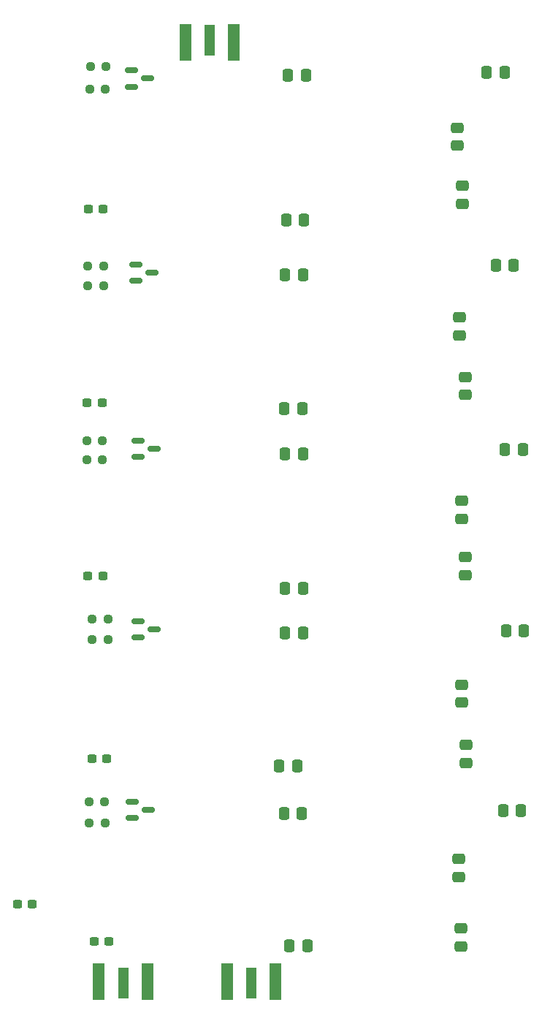
<source format=gbr>
%TF.GenerationSoftware,KiCad,Pcbnew,(6.0.2)*%
%TF.CreationDate,2022-10-25T13:29:22-07:00*%
%TF.ProjectId,cwaz_lpf,6377617a-5f6c-4706-962e-6b696361645f,rev?*%
%TF.SameCoordinates,Original*%
%TF.FileFunction,Paste,Top*%
%TF.FilePolarity,Positive*%
%FSLAX46Y46*%
G04 Gerber Fmt 4.6, Leading zero omitted, Abs format (unit mm)*
G04 Created by KiCad (PCBNEW (6.0.2)) date 2022-10-25 13:29:22*
%MOMM*%
%LPD*%
G01*
G04 APERTURE LIST*
G04 Aperture macros list*
%AMRoundRect*
0 Rectangle with rounded corners*
0 $1 Rounding radius*
0 $2 $3 $4 $5 $6 $7 $8 $9 X,Y pos of 4 corners*
0 Add a 4 corners polygon primitive as box body*
4,1,4,$2,$3,$4,$5,$6,$7,$8,$9,$2,$3,0*
0 Add four circle primitives for the rounded corners*
1,1,$1+$1,$2,$3*
1,1,$1+$1,$4,$5*
1,1,$1+$1,$6,$7*
1,1,$1+$1,$8,$9*
0 Add four rect primitives between the rounded corners*
20,1,$1+$1,$2,$3,$4,$5,0*
20,1,$1+$1,$4,$5,$6,$7,0*
20,1,$1+$1,$6,$7,$8,$9,0*
20,1,$1+$1,$8,$9,$2,$3,0*%
G04 Aperture macros list end*
%ADD10RoundRect,0.250000X0.337500X0.475000X-0.337500X0.475000X-0.337500X-0.475000X0.337500X-0.475000X0*%
%ADD11RoundRect,0.150000X-0.587500X-0.150000X0.587500X-0.150000X0.587500X0.150000X-0.587500X0.150000X0*%
%ADD12RoundRect,0.237500X0.250000X0.237500X-0.250000X0.237500X-0.250000X-0.237500X0.250000X-0.237500X0*%
%ADD13RoundRect,0.250000X-0.475000X0.337500X-0.475000X-0.337500X0.475000X-0.337500X0.475000X0.337500X0*%
%ADD14RoundRect,0.237500X0.300000X0.237500X-0.300000X0.237500X-0.300000X-0.237500X0.300000X-0.237500X0*%
%ADD15R,1.270000X3.600000*%
%ADD16R,1.350000X4.200000*%
%ADD17RoundRect,0.250000X-0.337500X-0.475000X0.337500X-0.475000X0.337500X0.475000X-0.337500X0.475000X0*%
%ADD18RoundRect,0.250000X0.475000X-0.337500X0.475000X0.337500X-0.475000X0.337500X-0.475000X-0.337500X0*%
G04 APERTURE END LIST*
D10*
%TO.C,C5*%
X114337500Y-84500000D03*
X112262500Y-84500000D03*
%TD*%
D11*
%TO.C,Q1*%
X94525000Y-45350000D03*
X94525000Y-47250000D03*
X96400000Y-46300000D03*
%TD*%
D12*
%TO.C,R2*%
X91325000Y-68000000D03*
X89500000Y-68000000D03*
%TD*%
%TO.C,R1*%
X91612500Y-44900000D03*
X89787500Y-44900000D03*
%TD*%
D11*
%TO.C,Q3*%
X95325000Y-88250000D03*
X95325000Y-90150000D03*
X97200000Y-89200000D03*
%TD*%
D13*
%TO.C,C8*%
X133200000Y-80862500D03*
X133200000Y-82937500D03*
%TD*%
D12*
%TO.C,R5*%
X91312500Y-70300000D03*
X89487500Y-70300000D03*
%TD*%
D14*
%TO.C,C19*%
X83062500Y-141900000D03*
X81337500Y-141900000D03*
%TD*%
D11*
%TO.C,Q4*%
X95325000Y-109150000D03*
X95325000Y-111050000D03*
X97200000Y-110100000D03*
%TD*%
D10*
%TO.C,C17*%
X114400000Y-69000000D03*
X112325000Y-69000000D03*
%TD*%
D12*
%TO.C,R3*%
X91175000Y-88300000D03*
X89350000Y-88300000D03*
%TD*%
D14*
%TO.C,C21*%
X91937500Y-146300000D03*
X90212500Y-146300000D03*
%TD*%
D15*
%TO.C,J9*%
X93600000Y-151100000D03*
D16*
X96425000Y-150900000D03*
X90775000Y-150900000D03*
%TD*%
D11*
%TO.C,Q5*%
X94600000Y-130050000D03*
X94600000Y-131950000D03*
X96475000Y-131000000D03*
%TD*%
D12*
%TO.C,R6*%
X91175000Y-90500000D03*
X89350000Y-90500000D03*
%TD*%
D17*
%TO.C,C29*%
X137600000Y-131100000D03*
X139675000Y-131100000D03*
%TD*%
D10*
%TO.C,C22*%
X113737500Y-125900000D03*
X111662500Y-125900000D03*
%TD*%
D17*
%TO.C,C13*%
X135700000Y-45600000D03*
X137775000Y-45600000D03*
%TD*%
D15*
%TO.C,J3*%
X108437000Y-151100000D03*
D16*
X111262000Y-150900000D03*
X105612000Y-150900000D03*
%TD*%
D14*
%TO.C,C1*%
X91262500Y-61400000D03*
X89537500Y-61400000D03*
%TD*%
D18*
%TO.C,C11*%
X132567000Y-76059500D03*
X132567000Y-73984500D03*
%TD*%
D12*
%TO.C,R9*%
X91812500Y-111300000D03*
X89987500Y-111300000D03*
%TD*%
D10*
%TO.C,C6*%
X114400000Y-105400000D03*
X112325000Y-105400000D03*
%TD*%
%TO.C,C4*%
X114537500Y-62700000D03*
X112462500Y-62700000D03*
%TD*%
D12*
%TO.C,R4*%
X91512500Y-47500000D03*
X89687500Y-47500000D03*
%TD*%
%TO.C,R8*%
X91450000Y-130100000D03*
X89625000Y-130100000D03*
%TD*%
D10*
%TO.C,C16*%
X114737500Y-45900000D03*
X112662500Y-45900000D03*
%TD*%
D12*
%TO.C,R7*%
X91812500Y-108900000D03*
X89987500Y-108900000D03*
%TD*%
D14*
%TO.C,C3*%
X91225000Y-103900000D03*
X89500000Y-103900000D03*
%TD*%
D18*
%TO.C,C12*%
X132821000Y-97290000D03*
X132821000Y-95215000D03*
%TD*%
D15*
%TO.C,J4*%
X103600000Y-41900000D03*
D16*
X100775000Y-42100000D03*
X106425000Y-42100000D03*
%TD*%
D10*
%TO.C,C23*%
X114937500Y-146800000D03*
X112862500Y-146800000D03*
%TD*%
%TO.C,C18*%
X114437500Y-89800000D03*
X112362500Y-89800000D03*
%TD*%
D18*
%TO.C,C26*%
X132821000Y-118604500D03*
X132821000Y-116529500D03*
%TD*%
D13*
%TO.C,C7*%
X132900000Y-58725000D03*
X132900000Y-60800000D03*
%TD*%
D14*
%TO.C,C20*%
X91662500Y-125100000D03*
X89937500Y-125100000D03*
%TD*%
D10*
%TO.C,C31*%
X114275000Y-131400000D03*
X112200000Y-131400000D03*
%TD*%
D13*
%TO.C,C9*%
X133262500Y-101762500D03*
X133262500Y-103837500D03*
%TD*%
D18*
%TO.C,C27*%
X132440000Y-138797500D03*
X132440000Y-136722500D03*
%TD*%
D17*
%TO.C,C14*%
X136762500Y-67900000D03*
X138837500Y-67900000D03*
%TD*%
D13*
%TO.C,C25*%
X132700000Y-144762500D03*
X132700000Y-146837500D03*
%TD*%
D11*
%TO.C,Q2*%
X95062500Y-67850000D03*
X95062500Y-69750000D03*
X96937500Y-68800000D03*
%TD*%
D18*
%TO.C,C10*%
X132313000Y-54088500D03*
X132313000Y-52013500D03*
%TD*%
D17*
%TO.C,C28*%
X137962500Y-110300000D03*
X140037500Y-110300000D03*
%TD*%
D12*
%TO.C,R10*%
X91462500Y-132500000D03*
X89637500Y-132500000D03*
%TD*%
D17*
%TO.C,C15*%
X137825000Y-89300000D03*
X139900000Y-89300000D03*
%TD*%
D14*
%TO.C,C2*%
X91125000Y-83900000D03*
X89400000Y-83900000D03*
%TD*%
D13*
%TO.C,C24*%
X133300000Y-123500000D03*
X133300000Y-125575000D03*
%TD*%
D10*
%TO.C,C30*%
X114437500Y-110500000D03*
X112362500Y-110500000D03*
%TD*%
M02*

</source>
